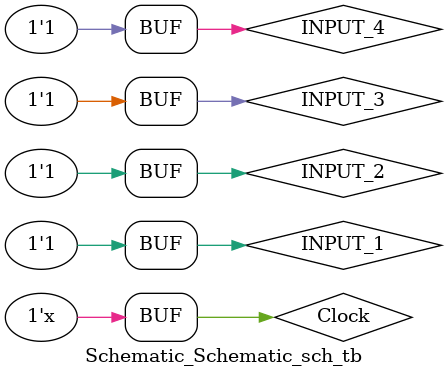
<source format=v>

`timescale 1ns / 1ps

module Schematic_Schematic_sch_tb();

// Inputs
   //reg JK;
   reg INPUT_1;
   reg INPUT_2;
   reg INPUT_3;
   reg INPUT_4;
   //reg CE;
   //reg CLR_CNTR;
   reg Clock;
   //reg CLR_JK;

// Output
   wire OUTPUT_1;

// Bidirs

// Instantiate the UUT
   Schematic UUT (
		//.JK(JK), 
		.INPUT_1(INPUT_1), 
		.INPUT_2(INPUT_2), 
		.INPUT_3(INPUT_3), 
		.INPUT_4(INPUT_4), 
		.OUTPUT_1(OUTPUT_1), 
		//.CE(CE), 
		//.CLR_CNTR(CLR_CNTR), 
		.Clock(Clock)
		//.CLR_JK(CLR_JK)
   );
// Initialize Inputs
  
      initial begin
		//JK = 1;		
		//CE = 1;
		//CLR_CNTR = 1;
		//CLR_JK = 1;
	#2;		
		//CLR_CNTR = 0;
		//CLR_JK = 0;
		INPUT_1 = 1	;
		INPUT_2 = 1;
		INPUT_3 = 1;
		INPUT_4 = 1;
		Clock = 0;		

   end
	always begin
	#10 Clock = ~Clock ;
	end

endmodule

</source>
